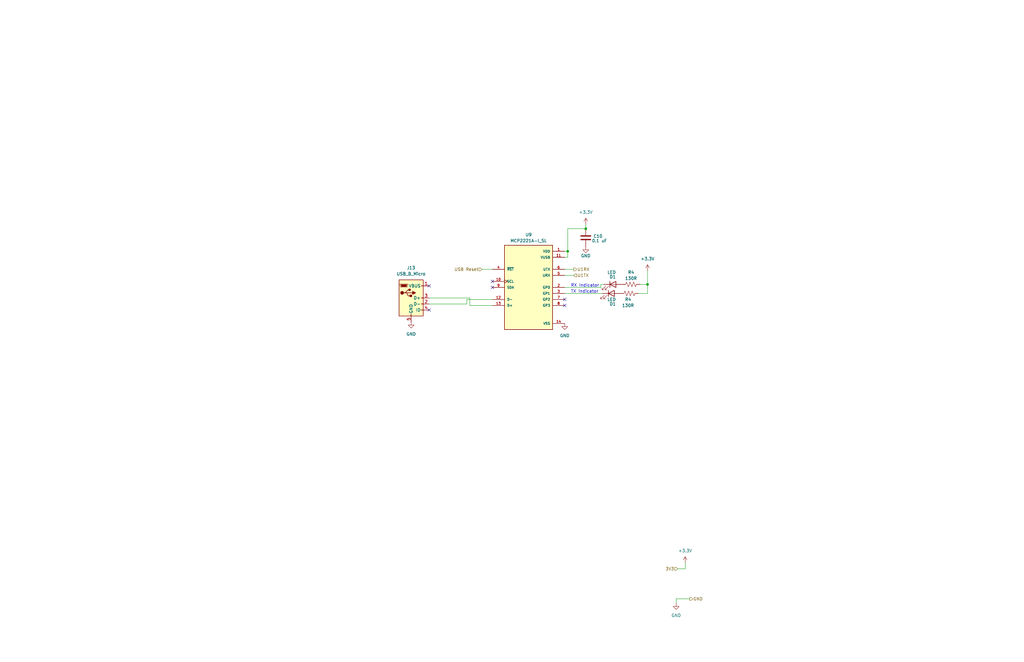
<source format=kicad_sch>
(kicad_sch (version 20230121) (generator eeschema)
  (paper "B")
  (title_block (title "MCU Controller") (rev "0.2") (company "satomm@stanford.edu") (comment 1 "Department of Civil and Environmental Engineering") (comment 2 "Engineering Informatics Group") (comment 3 "Stanford University") (comment 4 "Matthew Sato"))
  (lib_symbols
    (symbol "Connector:USB_B_Micro" (pin_names (offset 1.016))
      (property "Reference" "J13" (at 0 12.7 0))
      (property "Value" "USB_B_Micro" (at 0 10.16 0))
      (symbol "USB_B_Micro_0_1"
        (rectangle (start -5.08 -7.62) (end 5.08 7.62) (stroke (width 0.254)) (fill (type background)))
        (circle (center -3.81 2.159) (radius 0.635) (stroke (width 0.254)) (fill (type outline)))
        (circle (center -0.635 3.429) (radius 0.381) (stroke (width 0.254)) (fill (type outline)))
        (rectangle (start -0.127 -7.62) (end 0.127 -6.858))
        (polyline (pts (xy -1.905 2.159) (xy 0.635 2.159)) (stroke (width 0.254)))
        (polyline (pts (xy -3.175 2.159) (xy -2.54 2.159) (xy -1.27 3.429) (xy -0.635 3.429)) (stroke (width 0.254)))
        (polyline (pts (xy -2.54 2.159) (xy -1.905 2.159) (xy -1.27 0.889) (xy 0 0.889)) (stroke (width 0.254)))
        (polyline (pts (xy 0.635 2.794) (xy 0.635 1.524) (xy 1.905 2.159) (xy 0.635 2.794)) (stroke (width 0.254)) (fill (type outline)))
        (polyline (pts (xy -4.318 5.588) (xy -1.778 5.588) (xy -2.032 4.826) (xy -4.064 4.826) (xy -4.318 5.588)) (fill (type outline)))
        (polyline (pts (xy -4.699 5.842) (xy -4.699 5.588) (xy -4.445 4.826) (xy -4.445 4.572) (xy -1.651 4.572) (xy -1.651 4.826) (xy -1.397 5.588) (xy -1.397 5.842) (xy -4.699 5.842)))
        (rectangle (start 0.254 1.27) (end -0.508 0.508) (stroke (width 0.254)) (fill (type outline)))
        (rectangle (start 5.08 -5.207) (end 4.318 -4.953))
        (rectangle (start 5.08 -2.667) (end 4.318 -2.413))
        (rectangle (start 5.08 -0.127) (end 4.318 0.127))
        (rectangle (start 5.08 4.953) (end 4.318 5.207))
      )
      (symbol "USB_B_Micro_1_1"
        (pin power_out line (at 7.62 5.08 180) (length 2.54) (name "VBUS") (number "1"))
        (pin bidirectional line (at 7.62 -2.54 180) (length 2.54) (name "D-") (number "2"))
        (pin bidirectional line (at 7.62 0 180) (length 2.54) (name "D+") (number "3"))
        (pin passive line (at 7.62 -5.08 180) (length 2.54) (name "ID") (number "4"))
        (pin passive line (at 0 -10.16 90) (length 2.54) (name "GND") (number "5"))
      )
    )
    (symbol "Device:C" (pin_numbers hide) (pin_names (offset 0.254))
      (property "Reference" "C" (at 0.635 2.54 0))
      (property "Value" "C" (at 0.635 -2.54 0))
      (symbol "C_0_1"
        (polyline (pts (xy -2.032 -0.762) (xy 2.032 -0.762)) (stroke (width 0.508)))
        (polyline (pts (xy -2.032 0.762) (xy 2.032 0.762)) (stroke (width 0.508)))
      )
      (symbol "C_1_1"
        (pin passive line (at 0 3.81 270) (length 2.794) (name "~") (number "1"))
        (pin passive line (at 0 -3.81 90) (length 2.794) (name "~") (number "2"))
      )
    )
    (symbol "Device:LED" (pin_numbers hide) (pin_names (offset 1.016) hide)
      (property "Reference" "D" (at 0 2.54 0))
      (property "Value" "LED" (at 0 -2.54 0))
      (symbol "LED_0_1"
        (polyline (pts (xy -1.27 -1.27) (xy -1.27 1.27)) (stroke (width 0.254)))
        (polyline (pts (xy -1.27 0) (xy 1.27 0)))
        (polyline (pts (xy 1.27 -1.27) (xy 1.27 1.27) (xy -1.27 0) (xy 1.27 -1.27)) (stroke (width 0.254)))
        (polyline (pts (xy -3.048 -0.762) (xy -4.572 -2.286) (xy -3.81 -2.286) (xy -4.572 -2.286) (xy -4.572 -1.524)))
        (polyline (pts (xy -1.778 -0.762) (xy -3.302 -2.286) (xy -2.54 -2.286) (xy -3.302 -2.286) (xy -3.302 -1.524)))
      )
      (symbol "LED_1_1"
        (pin passive line (at -3.81 0 0) (length 2.54) (name "K") (number "1"))
        (pin passive line (at 3.81 0 180) (length 2.54) (name "A") (number "2"))
      )
    )
    (symbol "Device:R_US" (pin_numbers hide) (pin_names (offset 0))
      (property "Reference" "R" (at 2.54 0 90))
      (property "Value" "R_US" (at -2.54 0 90))
      (symbol "R_US_0_1"
        (polyline (pts (xy 0 -2.286) (xy 0 -2.54)))
        (polyline (pts (xy 0 2.286) (xy 0 2.54)))
        (polyline (pts (xy 0 -0.762) (xy 1.016 -1.143) (xy 0 -1.524) (xy -1.016 -1.905) (xy 0 -2.286)))
        (polyline (pts (xy 0 0.762) (xy 1.016 0.381) (xy 0 0) (xy -1.016 -0.381) (xy 0 -0.762)))
        (polyline (pts (xy 0 2.286) (xy 1.016 1.905) (xy 0 1.524) (xy -1.016 1.143) (xy 0 0.762)))
      )
      (symbol "R_US_1_1"
        (pin passive line (at 0 3.81 270) (length 1.27) (name "~") (number "1"))
        (pin passive line (at 0 -3.81 90) (length 1.27) (name "~") (number "2"))
      )
    )
    (symbol "RobotLibary:MCP2221A-I_SL" (pin_names (offset 1.016))
      (property "Reference" "U" (at -10.16 18.542 0))
      (property "Value" "MCP2221A-I_SL" (at -10.16 -20.32 0))
      (symbol "MCP2221A-I_SL_0_0"
        (rectangle (start -10.16 -17.78) (end 10.16 17.78) (stroke (width 0.254)) (fill (type background)))
        (pin power_in line (at 15.24 15.24 180) (length 5.08) (name "VDD") (number "1"))
        (pin bidirectional clock (at -15.24 2.54 0) (length 5.08) (name "SCL") (number "10"))
        (pin power_in line (at 15.24 12.7 180) (length 5.08) (name "VUSB") (number "11"))
        (pin bidirectional line (at -15.24 -5.08 0) (length 5.08) (name "D-") (number "12"))
        (pin bidirectional line (at -15.24 -7.62 0) (length 5.08) (name "D+") (number "13"))
        (pin power_in line (at 15.24 -15.24 180) (length 5.08) (name "VSS") (number "14"))
        (pin bidirectional line (at 15.24 0 180) (length 5.08) (name "GP0") (number "2"))
        (pin bidirectional line (at 15.24 -2.54 180) (length 5.08) (name "GP1") (number "3"))
        (pin input line (at -15.24 7.62 0) (length 5.08) (name "~{RST}") (number "4"))
        (pin input line (at 15.24 5.08 180) (length 5.08) (name "URX") (number "5"))
        (pin output line (at 15.24 7.62 180) (length 5.08) (name "UTX") (number "6"))
        (pin bidirectional line (at 15.24 -5.08 180) (length 5.08) (name "GP2") (number "7"))
        (pin bidirectional line (at 15.24 -7.62 180) (length 5.08) (name "GP3") (number "8"))
        (pin bidirectional line (at -15.24 0 0) (length 5.08) (name "SDA") (number "9"))
      )
    )
    (symbol "power:+3.3V" (power) (pin_names (offset 0))
      (property "Value" "+3.3V" (at 0 3.556 0))
      (symbol "+3.3V_0_1"
        (polyline (pts (xy -0.762 1.27) (xy 0 2.54)))
        (polyline (pts (xy 0 0) (xy 0 2.54)))
        (polyline (pts (xy 0 2.54) (xy 0.762 1.27)))
      )
      (symbol "+3.3V_1_1"
        (pin power_in line (at 0 0 90) (length 0) hide (name "+3.3V") (number "1"))
      )
    )
    (symbol "power:GND" (power) (pin_names (offset 0))
      (property "Value" "GND" (at 0 -3.81 0))
      (symbol "GND_0_1"
        (polyline (pts (xy 0 0) (xy 0 -1.27) (xy 1.27 -1.27) (xy 0 -2.54) (xy -1.27 -1.27) (xy 0 -1.27)))
      )
      (symbol "GND_1_1"
        (pin power_in line (at 0 0 270) (length 0) hide (name "GND") (number "1"))
      )
    )
  )
  (junction (at 239.395 106.045))
  (junction (at 273.05 120.015))
  (junction (at 247.015 96.52))
  (no_connect (at 238.125 128.905))
  (no_connect (at 207.645 118.745))
  (no_connect (at 180.975 130.81))
  (no_connect (at 238.125 126.365))
  (no_connect (at 207.645 121.285))
  (no_connect (at 180.975 120.65))
  (wire (pts (xy 239.395 108.585) (xy 239.395 106.045)))
  (wire (pts (xy 273.05 114.3) (xy 273.05 120.015)))
  (wire (pts (xy 207.645 128.905) (xy 198.12 128.905)))
  (wire (pts (xy 203.2 113.665) (xy 207.645 113.665)))
  (wire (pts (xy 198.12 125.73) (xy 180.975 125.73)))
  (wire (pts (xy 238.125 123.825) (xy 254 123.825)))
  (wire (pts (xy 180.975 128.27) (xy 196.85 128.27)))
  (wire (pts (xy 288.925 240.03) (xy 285.75 240.03)))
  (wire (pts (xy 285.115 252.73) (xy 290.83 252.73)))
  (wire (pts (xy 238.125 108.585) (xy 239.395 108.585)))
  (wire (pts (xy 196.85 126.365) (xy 207.645 126.365)))
  (wire (pts (xy 247.015 94.615) (xy 247.015 96.52)))
  (wire (pts (xy 253.365 120.015) (xy 254.635 120.015)))
  (wire (pts (xy 196.85 128.27) (xy 196.85 126.365)))
  (wire (pts (xy 288.925 237.49) (xy 288.925 240.03)))
  (wire (pts (xy 238.125 116.205) (xy 241.935 116.205)))
  (wire (pts (xy 273.05 120.015) (xy 269.875 120.015)))
  (wire (pts (xy 239.395 96.52) (xy 239.395 106.045)))
  (wire (pts (xy 273.05 123.825) (xy 273.05 120.015)))
  (wire (pts (xy 239.395 106.045) (xy 238.125 106.045)))
  (wire (pts (xy 269.24 123.825) (xy 273.05 123.825)))
  (wire (pts (xy 198.12 128.905) (xy 198.12 125.73)))
  (wire (pts (xy 238.125 113.665) (xy 241.935 113.665)))
  (wire (pts (xy 285.115 254.635) (xy 285.115 252.73)))
  (wire (pts (xy 247.015 96.52) (xy 239.395 96.52)))
  (wire (pts (xy 253.365 121.285) (xy 238.125 121.285)))
  (wire (pts (xy 253.365 120.015) (xy 253.365 121.285)))
  (text "RX Indicator" (at 240.665 121.285 0) (effects (font (size 1.27 1.27)) (justify left bottom)))
  (text "TX Indicator" (at 240.665 123.825 0) (effects (font (size 1.27 1.27)) (justify left bottom)))
  (hierarchical_label "GND" (shape output) (at 290.83 252.73 0))
  (hierarchical_label "U1TX" (shape input) (at 241.935 116.205 0))
  (hierarchical_label "U1RX" (shape output) (at 241.935 113.665 0))
  (hierarchical_label "USB Reset" (shape input) (at 203.2 113.665 180))
  (hierarchical_label "3V3" (shape input) (at 285.75 240.03 180))
  (symbol (lib_id "power:GND") (at 173.355 135.89 0) (unit 1)
    (property "Reference" "#PWR097" (effects hide))
    (property "Value" "GND" (at 173.355 140.97 0))
  )
  (symbol (lib_id "power:GND") (at 238.125 136.525 0) (unit 1)
    (property "Reference" "#PWR098" (effects hide))
    (property "Value" "GND" (at 238.125 141.605 0))
  )
  (symbol (lib_id "power:GND") (at 247.015 104.14 0) (unit 1)
    (property "Reference" "#PWR0100" (effects hide))
    (property "Value" "GND" (at 247.015 107.95 0))
  )
  (symbol (lib_id "RobotLibary:MCP2221A-I_SL") (at 222.885 121.285 0) (unit 1)
    (property "Reference" "U9" (at 222.885 99.06 0))
    (property "Value" "MCP2221A-I_SL" (at 222.885 101.6 0))
    (property "Footprint" "RobotLibrary:SOIC127P600X175-14N" (effects hide))
    (property "Datasheet" "https://ww1.microchip.com/downloads/en/DeviceDoc/20005565C.pdf" (effects hide))
    (property "Description" "IC USB TO I2C/UART 14SOIC" (effects hide))
    (property "Mfr" "Microchip Technology" (effects hide))
    (property "Mfr P/N" "MCP2221A-I/SL" (effects hide))
    (property "Supplier 1" "DigiKey" (effects hide))
    (property "Supplier 1 P/N" "MCP2221A-I/SL-ND" (effects hide))
  )
  (symbol (lib_id "power:+3.3V") (at 273.05 114.3 0) (unit 1)
    (property "Reference" "#PWR0101" (effects hide))
    (property "Value" "+3.3V" (at 273.05 109.22 0))
  )
  (symbol (lib_id "Device:R_US") (at 265.43 123.825 270) (unit 1)
    (property "Reference" "R4" (at 263.525 126.365 90) (effects (justify left)))
    (property "Value" "130R" (at 262.255 128.905 90) (effects (justify left)))
    (property "Footprint" "Resistor_SMD:R_0805_2012Metric_Pad1.20x1.40mm_HandSolder" (effects hide))
    (property "Datasheet" "https://www.seielect.com/catalog/sei-rmcf_rmcp.pdf" (effects hide))
    (property "Description" "RES 130 OHM 1% 1/8W 0805" (effects hide))
    (property "Mfr" "Stackpole Electronics Inc" (effects hide))
    (property "Mfr P/N" "RMCF0805FT130R" (effects hide))
    (property "Supplier 1" "DigiKey" (effects hide))
    (property "Supplier 1 P/N" "RMCF0805FT130RCT-ND" (effects hide))
    (instances (project "MainBoard" (path "" (reference "R4") (unit 1)) (path "" (reference "R15") (unit 1))))
  )
  (symbol (lib_id "power:+3.3V") (at 288.925 237.49 0) (unit 1)
    (property "Reference" "#PWR0103" (effects hide))
    (property "Value" "+3.3V" (at 288.925 232.41 0))
  )
  (symbol (lib_id "power:+3.3V") (at 247.015 94.615 0) (unit 1)
    (property "Reference" "#PWR099" (effects hide))
    (property "Value" "+3.3V" (at 247.015 89.535 0))
  )
  (symbol (lib_id "power:GND") (at 285.115 254.635 0) (unit 1)
    (property "Reference" "#PWR0102" (effects hide))
    (property "Value" "GND" (at 285.115 259.715 0))
  )
  (symbol (lib_id "Device:C") (at 247.015 100.33 0) (unit 1)
    (property "Reference" "C10" (at 250.19 99.695 0) (effects (justify left)))
    (property "Value" "0.1 uF" (at 249.555 101.6 0) (effects (justify left)))
    (property "Footprint" "Capacitor_SMD:C_0805_2012Metric_Pad1.18x1.45mm_HandSolder" (effects hide))
    (property "Datasheet" "https://mm.digikey.com/Volume0/opasdata/d220001/medias/docus/609/CL21B104KBCNNN_Spec.pdf" (effects hide))
    (property "Description" "CAP CER 0.1UF 50V X7R 0805" (effects hide))
    (property "Mfr" "Samsung Electro-Mechanics" (effects hide))
    (property "Mfr P/N" "CL21B104KBCNNNC" (effects hide))
    (property "Supplier 1" "DigiKey" (effects hide))
    (property "Supplier 1 P/N" "1276-1003-1-ND" (effects hide))
    (instances (project "MainBoard" (path "" (reference "C10") (unit 1)) (path "" (reference "C19") (unit 1))))
  )
  (symbol (lib_id "Device:R_US") (at 266.065 120.015 270) (unit 1)
    (property "Reference" "R4" (at 264.795 114.935 90) (effects (justify left)))
    (property "Value" "130R" (at 263.525 117.475 90) (effects (justify left)))
    (property "Footprint" "Resistor_SMD:R_0805_2012Metric_Pad1.20x1.40mm_HandSolder" (effects hide))
    (property "Datasheet" "https://www.seielect.com/catalog/sei-rmcf_rmcp.pdf" (effects hide))
    (property "Description" "RES 130 OHM 1% 1/8W 0805" (effects hide))
    (property "Mfr" "Stackpole Electronics Inc" (effects hide))
    (property "Mfr P/N" "RMCF0805FT130R" (effects hide))
    (property "Supplier 1" "DigiKey" (effects hide))
    (property "Supplier 1 P/N" "RMCF0805FT130RCT-ND" (effects hide))
    (instances (project "MainBoard" (path "" (reference "R4") (unit 1)) (path "" (reference "R16") (unit 1))))
  )
  (symbol (lib_id "Device:LED") (at 258.445 120.015 0) (unit 1)
    (property "Reference" "D1" (at 259.715 116.84 0) (effects (justify right)))
    (property "Value" "LED" (at 259.715 114.935 0) (effects (justify right)))
    (property "Footprint" "LED_SMD:LED_0805_2012Metric_Pad1.15x1.40mm_HandSolder" (effects hide))
    (property "Datasheet" "https://www.we-online.com/katalog/datasheet/150080RS75000.pdf" (effects hide))
    (property "Description" "LED RED CLEAR 0805 SMD" (effects hide))
    (property "Mfr" "Würth Elektronik" (effects hide))
    (property "Mfr P/N" "150080RS75000" (effects hide))
    (property "Supplier 1" "DigiKey" (effects hide))
    (property "Supplier 1 P/N" "732-4984-1-ND" (effects hide))
    (instances (project "MainBoard" (path "" (reference "D1") (unit 1)) (path "" (reference "D1") (unit 1)) (path "" (reference "D10") (unit 1))))
  )
  (symbol (lib_id "Device:LED") (at 257.81 123.825 0) (unit 1)
    (property "Reference" "D1" (at 259.715 128.27 0) (effects (justify right)))
    (property "Value" "LED" (at 259.715 126.365 0) (effects (justify right)))
    (property "Footprint" "LED_SMD:LED_0805_2012Metric_Pad1.15x1.40mm_HandSolder" (effects hide))
    (property "Datasheet" "https://www.we-online.com/katalog/datasheet/150080RS75000.pdf" (effects hide))
    (property "Description" "LED RED CLEAR 0805 SMD" (effects hide))
    (property "Mfr" "Würth Elektronik" (effects hide))
    (property "Mfr P/N" "150080RS75000" (effects hide))
    (property "Supplier 1" "DigiKey" (effects hide))
    (property "Supplier 1 P/N" "732-4984-1-ND" (effects hide))
    (instances (project "MainBoard" (path "" (reference "D1") (unit 1)) (path "" (reference "D1") (unit 1)) (path "" (reference "D9") (unit 1))))
  )
  (symbol (lib_id "Connector:USB_B_Micro") (at 173.355 125.73 0) (unit 1)
    (property "Reference" "J13" (at 173.355 113.03 0))
    (property "Value" "USB_B_Micro" (at 173.355 115.57 0))
    (property "Footprint" "RobotLibrary:AMPHENOL_10118193-0001LF" (effects hide))
    (property "Datasheet" "https://www.amphenol-cs.com/media/wysiwyg/files/drawing/10118194.pdf" (effects hide))
    (property "Description" "CONN RCPT USB2.0 MICRO B SMD R/A" (effects hide))
    (property "Mfr" "Amphenol ICC (FCI)" (effects hide))
    (property "Mfr P/N" "10118193-0001LF" (effects hide))
    (property "Supplier 1" "DigiKey" (effects hide))
    (property "Supplier 1 P/N" "609-4616-1-ND" (effects hide))
    (instances (project "MainBoard" (path "" (reference "J13") (unit 1)) (path "" (reference "J6") (unit 1)) (path "" (reference "J9") (unit 1))))
  )
)
</source>
